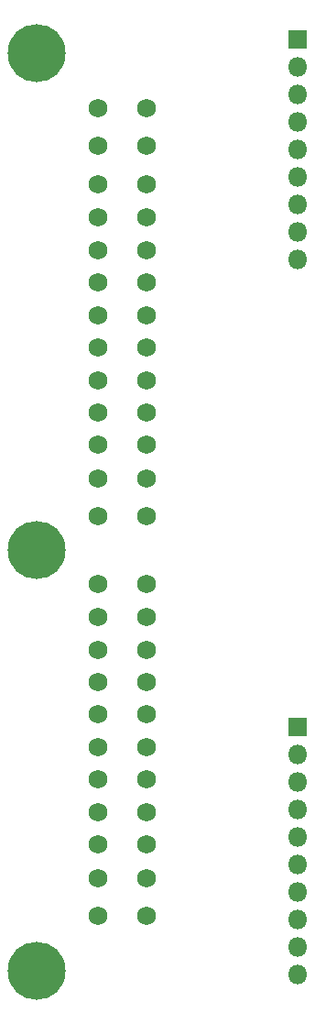
<source format=gbr>
%TF.GenerationSoftware,KiCad,Pcbnew,(5.1.6)-1*%
%TF.CreationDate,2021-09-19T14:55:01-05:00*%
%TF.ProjectId,BptoMega2,4270746f-4d65-4676-9132-2e6b69636164,rev?*%
%TF.SameCoordinates,Original*%
%TF.FileFunction,Soldermask,Top*%
%TF.FilePolarity,Negative*%
%FSLAX46Y46*%
G04 Gerber Fmt 4.6, Leading zero omitted, Abs format (unit mm)*
G04 Created by KiCad (PCBNEW (5.1.6)-1) date 2021-09-19 14:55:01*
%MOMM*%
%LPD*%
G01*
G04 APERTURE LIST*
%ADD10C,1.750000*%
%ADD11C,5.350000*%
%ADD12R,1.800000X1.800000*%
%ADD13O,1.800000X1.800000*%
G04 APERTURE END LIST*
D10*
%TO.C,J1*%
X71120000Y-74930000D03*
X71120000Y-78430000D03*
X71120000Y-81930000D03*
X71120000Y-109130000D03*
X71120000Y-112630000D03*
X66620000Y-74930000D03*
X66620000Y-78430000D03*
X66620000Y-81930000D03*
X66620000Y-109130000D03*
X66620000Y-112630000D03*
X71120000Y-118830000D03*
X71120000Y-146030000D03*
X71120000Y-149530000D03*
X66620000Y-118830000D03*
X66620000Y-146030000D03*
X66620000Y-149530000D03*
X71120000Y-85030000D03*
X71120000Y-88030000D03*
X71120000Y-91030000D03*
X71120000Y-94030000D03*
X71120000Y-97030000D03*
X71120000Y-100030000D03*
X71120000Y-103030000D03*
X71120000Y-106030000D03*
X66620000Y-85030000D03*
X66620000Y-88030000D03*
X66620000Y-91030000D03*
X66620000Y-94030000D03*
X66620000Y-97030000D03*
X66620000Y-100030000D03*
X66620000Y-103030000D03*
X66620000Y-106030000D03*
X71120000Y-121930000D03*
X71120000Y-124930000D03*
X71120000Y-127930000D03*
X71120000Y-130930000D03*
X71120000Y-133930000D03*
X71120000Y-136930000D03*
X71120000Y-139930000D03*
X71120000Y-142930000D03*
X66620000Y-121930000D03*
X66620000Y-124930000D03*
X66620000Y-127930000D03*
X66620000Y-130930000D03*
X66620000Y-133930000D03*
X66620000Y-136930000D03*
X66620000Y-139930000D03*
X66620000Y-142930000D03*
D11*
X60920000Y-154580000D03*
X60920000Y-115730000D03*
X60920000Y-69880000D03*
%TD*%
D12*
%TO.C,J2*%
X85090000Y-68580000D03*
D13*
X85090000Y-71120000D03*
X85090000Y-73660000D03*
X85090000Y-76200000D03*
X85090000Y-78740000D03*
X85090000Y-81280000D03*
X85090000Y-83820000D03*
X85090000Y-86360000D03*
X85090000Y-88900000D03*
%TD*%
D12*
%TO.C,J3*%
X85090000Y-132080000D03*
D13*
X85090000Y-134620000D03*
X85090000Y-137160000D03*
X85090000Y-139700000D03*
X85090000Y-142240000D03*
X85090000Y-144780000D03*
X85090000Y-147320000D03*
X85090000Y-149860000D03*
X85090000Y-152400000D03*
X85090000Y-154940000D03*
%TD*%
M02*

</source>
